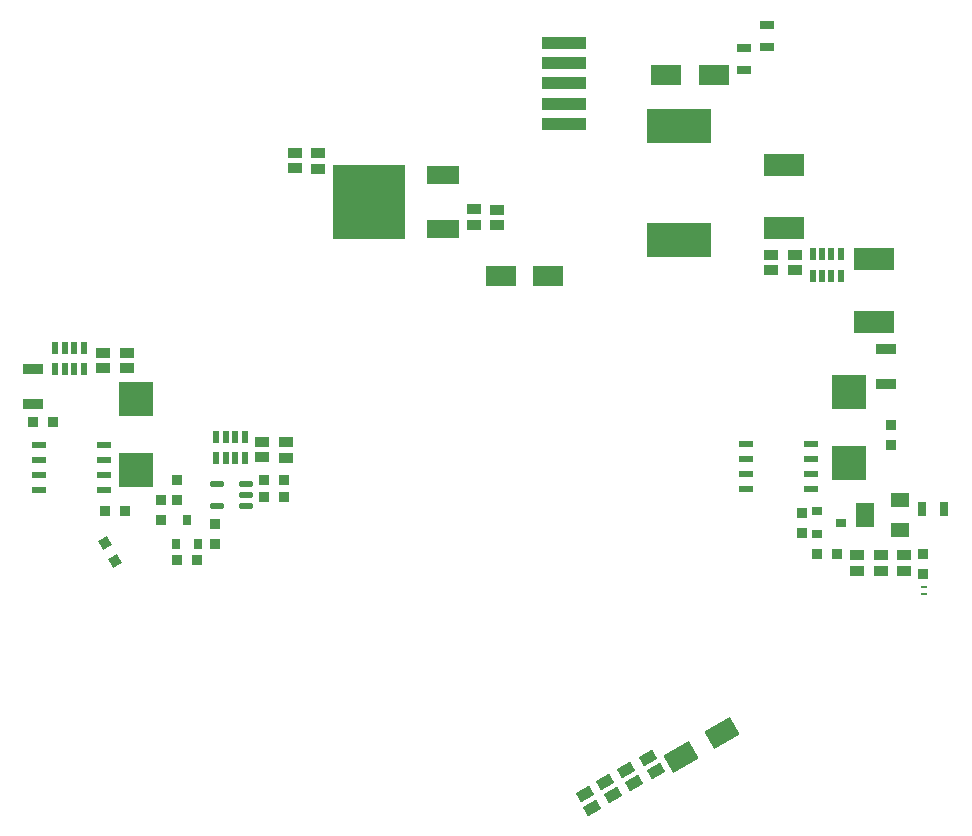
<source format=gbp>
G04*
G04 #@! TF.GenerationSoftware,Altium Limited,Altium Designer,21.9.1 (22)*
G04*
G04 Layer_Color=128*
%FSLAX25Y25*%
%MOIN*%
G70*
G04*
G04 #@! TF.SameCoordinates,BA265606-766D-4053-9833-5615DE46E1CD*
G04*
G04*
G04 #@! TF.FilePolarity,Positive*
G04*
G01*
G75*
%ADD23R,0.03347X0.03347*%
%ADD46R,0.02047X0.03937*%
%ADD48R,0.05118X0.03543*%
%ADD59R,0.05118X0.03150*%
%ADD60R,0.03150X0.05118*%
%ADD62R,0.03347X0.03347*%
%ADD66R,0.03150X0.03543*%
%ADD162R,0.04724X0.02402*%
%ADD163P,0.04733X4X165.0*%
%ADD164R,0.14921X0.03898*%
%ADD166R,0.02047X0.01102*%
%ADD167R,0.21300X0.11400*%
G04:AMPARAMS|DCode=168|XSize=35.43mil|YSize=51.18mil|CornerRadius=0mil|HoleSize=0mil|Usage=FLASHONLY|Rotation=120.000|XOffset=0mil|YOffset=0mil|HoleType=Round|Shape=Rectangle|*
%AMROTATEDRECTD168*
4,1,4,0.03102,-0.00255,-0.01330,-0.02814,-0.03102,0.00255,0.01330,0.02814,0.03102,-0.00255,0.0*
%
%ADD168ROTATEDRECTD168*%

G04:AMPARAMS|DCode=169|XSize=47.64mil|YSize=23.23mil|CornerRadius=5.81mil|HoleSize=0mil|Usage=FLASHONLY|Rotation=180.000|XOffset=0mil|YOffset=0mil|HoleType=Round|Shape=RoundedRectangle|*
%AMROUNDEDRECTD169*
21,1,0.04764,0.01161,0,0,180.0*
21,1,0.03602,0.02323,0,0,180.0*
1,1,0.01161,-0.01801,0.00581*
1,1,0.01161,0.01801,0.00581*
1,1,0.01161,0.01801,-0.00581*
1,1,0.01161,-0.01801,-0.00581*
%
%ADD169ROUNDEDRECTD169*%
G04:AMPARAMS|DCode=170|XSize=74.8mil|YSize=132.68mil|CornerRadius=2.62mil|HoleSize=0mil|Usage=FLASHONLY|Rotation=270.000|XOffset=0mil|YOffset=0mil|HoleType=Round|Shape=RoundedRectangle|*
%AMROUNDEDRECTD170*
21,1,0.07480,0.12744,0,0,270.0*
21,1,0.06957,0.13268,0,0,270.0*
1,1,0.00524,-0.06372,-0.03478*
1,1,0.00524,-0.06372,0.03478*
1,1,0.00524,0.06372,0.03478*
1,1,0.00524,0.06372,-0.03478*
%
%ADD170ROUNDEDRECTD170*%
%ADD171R,0.06811X0.03819*%
%ADD172R,0.09843X0.06693*%
G04:AMPARAMS|DCode=173|XSize=66.93mil|YSize=98.43mil|CornerRadius=0mil|HoleSize=0mil|Usage=FLASHONLY|Rotation=300.000|XOffset=0mil|YOffset=0mil|HoleType=Round|Shape=Rectangle|*
%AMROTATEDRECTD173*
4,1,4,-0.05935,0.00438,0.02589,0.05359,0.05935,-0.00438,-0.02589,-0.05359,-0.05935,0.00438,0.0*
%
%ADD173ROTATEDRECTD173*%

%ADD174R,0.03543X0.03150*%
%ADD175R,0.11024X0.05906*%
%ADD176R,0.24016X0.24803*%
%ADD177R,0.06299X0.07874*%
%ADD178R,0.06299X0.05118*%
%ADD179R,0.11811X0.11811*%
D23*
X136221Y-8169D02*
D03*
Y-14862D02*
D03*
X147047Y-57776D02*
D03*
Y-51083D02*
D03*
X106496Y-37697D02*
D03*
Y-44390D02*
D03*
X-101772Y-33366D02*
D03*
Y-26673D02*
D03*
X-107185Y-39862D02*
D03*
Y-33169D02*
D03*
X-88976Y-41142D02*
D03*
Y-47835D02*
D03*
D46*
X119587Y48622D02*
D03*
X116437D02*
D03*
X113287D02*
D03*
X110138D02*
D03*
Y41535D02*
D03*
X113287D02*
D03*
X116437D02*
D03*
X119587D02*
D03*
X-142323Y10433D02*
D03*
X-139173D02*
D03*
X-136024D02*
D03*
X-132874D02*
D03*
Y17520D02*
D03*
X-136024D02*
D03*
X-139173D02*
D03*
X-142323D02*
D03*
X-88583Y-19291D02*
D03*
X-85433D02*
D03*
X-82284D02*
D03*
X-79134D02*
D03*
Y-12205D02*
D03*
X-82284D02*
D03*
X-85433D02*
D03*
X-88583D02*
D03*
D48*
X4921Y58465D02*
D03*
Y63583D02*
D03*
X-2657Y58563D02*
D03*
Y63681D02*
D03*
X-54724Y77264D02*
D03*
Y82382D02*
D03*
X-62500Y77362D02*
D03*
Y82480D02*
D03*
X104134Y48524D02*
D03*
Y43406D02*
D03*
X96260Y48524D02*
D03*
Y43406D02*
D03*
X125000Y-51673D02*
D03*
Y-56791D02*
D03*
X132776Y-51673D02*
D03*
Y-56791D02*
D03*
X140453Y-51673D02*
D03*
Y-56791D02*
D03*
X-126279Y10728D02*
D03*
Y15846D02*
D03*
X-118307Y10728D02*
D03*
Y15846D02*
D03*
X-73327Y-18996D02*
D03*
Y-13878D02*
D03*
X-65551Y-19094D02*
D03*
Y-13976D02*
D03*
D59*
X94882Y125197D02*
D03*
Y117717D02*
D03*
X87402Y117520D02*
D03*
Y110039D02*
D03*
D60*
X153937Y-36122D02*
D03*
X146457D02*
D03*
D62*
X-143012Y-7382D02*
D03*
X-149705D02*
D03*
X118405Y-51279D02*
D03*
X111713D02*
D03*
X-119095Y-36811D02*
D03*
X-125787D02*
D03*
X-66043Y-26476D02*
D03*
X-72736D02*
D03*
X-66043Y-32087D02*
D03*
X-72736D02*
D03*
X-101870Y-53150D02*
D03*
X-95177D02*
D03*
D66*
X-98327Y-40010D02*
D03*
X-102067Y-47982D02*
D03*
X-94587D02*
D03*
D162*
X87795Y-29547D02*
D03*
Y-19547D02*
D03*
Y-14547D02*
D03*
X109646D02*
D03*
Y-19547D02*
D03*
Y-24547D02*
D03*
Y-29547D02*
D03*
X87795Y-24547D02*
D03*
X-147835Y-29744D02*
D03*
Y-19744D02*
D03*
Y-14744D02*
D03*
X-125984D02*
D03*
Y-19744D02*
D03*
Y-24744D02*
D03*
Y-29744D02*
D03*
X-147835Y-24744D02*
D03*
D163*
X-125689Y-47692D02*
D03*
X-122343Y-53489D02*
D03*
D164*
X27264Y119004D02*
D03*
Y112311D02*
D03*
Y105618D02*
D03*
Y98925D02*
D03*
Y92232D02*
D03*
D166*
X147244Y-64665D02*
D03*
Y-62106D02*
D03*
D167*
X65748Y53341D02*
D03*
Y91541D02*
D03*
D168*
X40945Y-127264D02*
D03*
X43504Y-131696D02*
D03*
X34154Y-131347D02*
D03*
X36713Y-135779D02*
D03*
X48031Y-123079D02*
D03*
X50591Y-127512D02*
D03*
X55315Y-119240D02*
D03*
X57874Y-123673D02*
D03*
D169*
X-78622Y-27854D02*
D03*
Y-31594D02*
D03*
Y-35335D02*
D03*
X-88504D02*
D03*
Y-27854D02*
D03*
D170*
X100689Y57539D02*
D03*
Y78484D02*
D03*
X130512Y47087D02*
D03*
Y26142D02*
D03*
D171*
X134449Y5591D02*
D03*
Y17244D02*
D03*
X-149606Y-1299D02*
D03*
Y10354D02*
D03*
D172*
X6299Y41339D02*
D03*
X22047D02*
D03*
X61417Y108465D02*
D03*
X77165D02*
D03*
D173*
X66311Y-118799D02*
D03*
X79949Y-110925D02*
D03*
D174*
X119734Y-40748D02*
D03*
X111762Y-37008D02*
D03*
Y-44488D02*
D03*
D175*
X-13189Y75098D02*
D03*
Y56988D02*
D03*
D176*
X-37795Y66043D02*
D03*
D177*
X127756Y-38189D02*
D03*
D178*
X139173Y-33071D02*
D03*
Y-43110D02*
D03*
D179*
X122244Y-20866D02*
D03*
Y2756D02*
D03*
X-115256Y394D02*
D03*
Y-23228D02*
D03*
M02*

</source>
